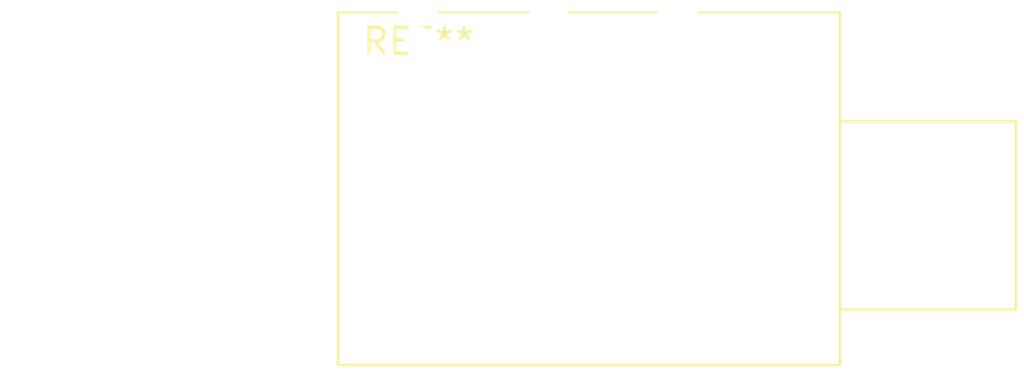
<source format=kicad_pcb>
(kicad_pcb (version 20240108) (generator pcbnew)
  (layers (0 "F.Cu" signal) (31 "B.Cu" signal) (34 "B.Paste" user) (35 "F.Paste" user) (36 "B.SilkS" user "B.Silkscreen") (37 "F.SilkS" user "F.Silkscreen") (38 "B.Mask" user) (39 "F.Mask" user) (44 "Edge.Cuts" user))
  (net 0 "")
  (footprint "Jack_6.35mm_Neutrik_NSJ12HC_Horizontal" (layer "F.Cu") (at 0 0)
    (property "Reference" "REF**")
    (property "Value" "Jack_6.35mm_Neutrik_NSJ12HC_Horizontal")
    (fp_line (start -3.94 -1.42) (end -1.02 -1.42) (layer "F.SilkS") (stroke (width 0.12)))
    (fp_line (start -3.94 15.82) (end -3.94 -1.42) (layer "F.SilkS") (stroke (width 0.12)))
    (fp_line (start -3.94 15.82) (end 20.6 15.82) (layer "F.SilkS") (stroke (width 0.12)))
    (fp_line (start 0.98 -1.42) (end 5.38 -1.42) (layer "F.SilkS") (stroke (width 0.12)))
    (fp_line (start 7.38 -1.42) (end 11.68 -1.42) (layer "F.SilkS") (stroke (width 0.12)))
    (fp_line (start 13.68 -1.42) (end 20.6 -1.42) (layer "F.SilkS") (stroke (width 0.12)))
    (fp_line (start 20.6 -1.42) (end 20.6 15.82) (layer "F.SilkS") (stroke (width 0.12)))
    (fp_line (start 29.2 3.905) (end 20.6 3.905) (layer "F.SilkS") (stroke (width 0.12)))
    (fp_line (start 29.2 13.095) (end 20.6 13.095) (layer "F.SilkS") (stroke (width 0.12)))
    (fp_line (start 29.2 13.095) (end 29.2 3.905) (layer "F.SilkS") (stroke (width 0.12)))
    (pad "G" thru_hole circle (at 18.75 2.54) (size 2.9 2.9) (drill 1.5) (layers *.Cu *.Mask) (remove_unused_layers))
    (pad "R1" thru_hole circle (at 6.35 0) (size 3 3) (drill 1.5) (layers *.Cu *.Mask) (remove_unused_layers))
    (pad "R2" thru_hole circle (at 9.53 1.27) (size 3 3) (drill 1.5) (layers *.Cu *.Mask) (remove_unused_layers))
    (pad "RN1" thru_hole circle (at 6.35 12.7) (size 3 3) (drill 1.5) (layers *.Cu *.Mask) (remove_unused_layers))
    (pad "RN2" thru_hole circle (at 9.53 13.97) (size 3 3) (drill 1.5) (layers *.Cu *.Mask) (remove_unused_layers))
    (pad "S1" thru_hole circle (at 12.7 0) (size 3 3) (drill 1.5) (layers *.Cu *.Mask) (remove_unused_layers))
    (pad "S2" thru_hole circle (at 15.87 1.27) (size 3 3) (drill 1.5) (layers *.Cu *.Mask) (remove_unused_layers))
    (pad "SN1" thru_hole circle (at 12.7 12.7) (size 3 3) (drill 1.5) (layers *.Cu *.Mask) (remove_unused_layers))
    (pad "SN2" thru_hole circle (at 15.87 13.97) (size 3 3) (drill 1.5) (layers *.Cu *.Mask) (remove_unused_layers))
    (pad "T1" thru_hole circle (at 0 0) (size 3 3) (drill 1.5) (layers *.Cu *.Mask) (remove_unused_layers))
    (pad "T2" thru_hole circle (at 3.18 1.27) (size 3 3) (drill 1.5) (layers *.Cu *.Mask) (remove_unused_layers))
    (pad "TN1" thru_hole circle (at 0 12.7) (size 3 3) (drill 1.5) (layers *.Cu *.Mask) (remove_unused_layers))
    (pad "TN2" thru_hole circle (at 3.18 13.97) (size 3 3) (drill 1.5) (layers *.Cu *.Mask) (remove_unused_layers))
  )
)
</source>
